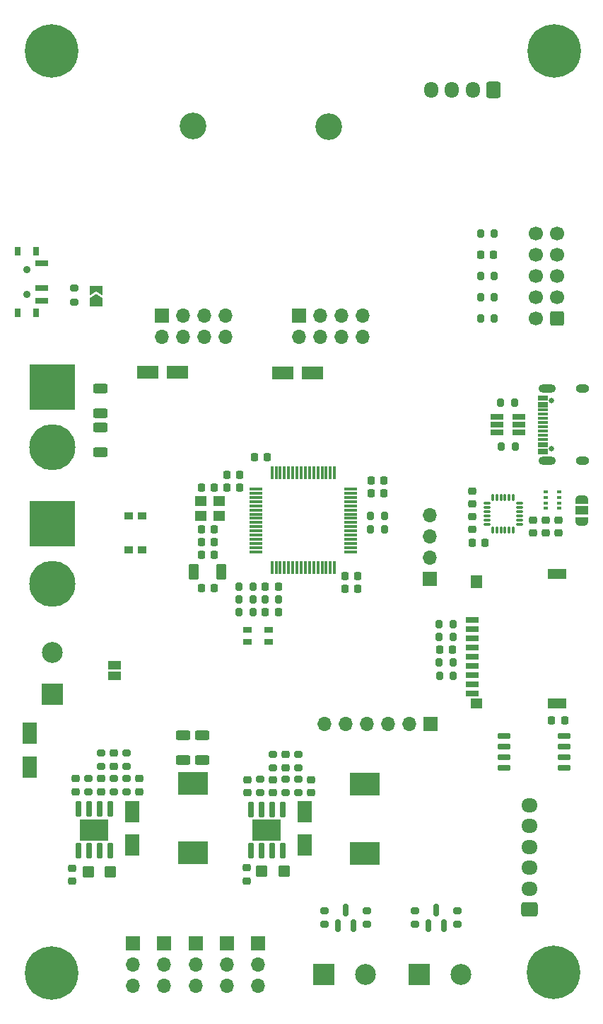
<source format=gts>
%TF.GenerationSoftware,KiCad,Pcbnew,(6.0.7)*%
%TF.CreationDate,2023-03-12T18:49:50+01:00*%
%TF.ProjectId,Amon_board,416d6f6e-5f62-46f6-9172-642e6b696361,2.2*%
%TF.SameCoordinates,Original*%
%TF.FileFunction,Soldermask,Top*%
%TF.FilePolarity,Negative*%
%FSLAX46Y46*%
G04 Gerber Fmt 4.6, Leading zero omitted, Abs format (unit mm)*
G04 Created by KiCad (PCBNEW (6.0.7)) date 2023-03-12 18:49:50*
%MOMM*%
%LPD*%
G01*
G04 APERTURE LIST*
G04 Aperture macros list*
%AMRoundRect*
0 Rectangle with rounded corners*
0 $1 Rounding radius*
0 $2 $3 $4 $5 $6 $7 $8 $9 X,Y pos of 4 corners*
0 Add a 4 corners polygon primitive as box body*
4,1,4,$2,$3,$4,$5,$6,$7,$8,$9,$2,$3,0*
0 Add four circle primitives for the rounded corners*
1,1,$1+$1,$2,$3*
1,1,$1+$1,$4,$5*
1,1,$1+$1,$6,$7*
1,1,$1+$1,$8,$9*
0 Add four rect primitives between the rounded corners*
20,1,$1+$1,$2,$3,$4,$5,0*
20,1,$1+$1,$4,$5,$6,$7,0*
20,1,$1+$1,$6,$7,$8,$9,0*
20,1,$1+$1,$8,$9,$2,$3,0*%
%AMFreePoly0*
4,1,22,0.550000,-0.750000,0.000000,-0.750000,0.000000,-0.745033,-0.079941,-0.743568,-0.215256,-0.701293,-0.333266,-0.622738,-0.424486,-0.514219,-0.481581,-0.384460,-0.499164,-0.250000,-0.500000,-0.250000,-0.500000,0.250000,-0.499164,0.250000,-0.499963,0.256109,-0.478152,0.396186,-0.417904,0.524511,-0.324060,0.630769,-0.204165,0.706417,-0.067858,0.745374,0.000000,0.744959,0.000000,0.750000,
0.550000,0.750000,0.550000,-0.750000,0.550000,-0.750000,$1*%
%AMFreePoly1*
4,1,20,0.000000,0.744959,0.073905,0.744508,0.209726,0.703889,0.328688,0.626782,0.421226,0.519385,0.479903,0.390333,0.500000,0.250000,0.500000,-0.250000,0.499851,-0.262216,0.476331,-0.402017,0.414519,-0.529596,0.319384,-0.634700,0.198574,-0.708877,0.061801,-0.746166,0.000000,-0.745033,0.000000,-0.750000,-0.550000,-0.750000,-0.550000,0.750000,0.000000,0.750000,0.000000,0.744959,
0.000000,0.744959,$1*%
%AMFreePoly2*
4,1,6,1.000000,0.000000,0.500000,-0.750000,-0.500000,-0.750000,-0.500000,0.750000,0.500000,0.750000,1.000000,0.000000,1.000000,0.000000,$1*%
%AMFreePoly3*
4,1,6,0.500000,-0.750000,-0.650000,-0.750000,-0.150000,0.000000,-0.650000,0.750000,0.500000,0.750000,0.500000,-0.750000,0.500000,-0.750000,$1*%
G04 Aperture macros list end*
%ADD10FreePoly0,90.000000*%
%ADD11R,1.500000X1.000000*%
%ADD12FreePoly1,90.000000*%
%ADD13C,0.800000*%
%ADD14C,6.400000*%
%ADD15RoundRect,0.200000X0.200000X0.275000X-0.200000X0.275000X-0.200000X-0.275000X0.200000X-0.275000X0*%
%ADD16RoundRect,0.225000X-0.225000X-0.250000X0.225000X-0.250000X0.225000X0.250000X-0.225000X0.250000X0*%
%ADD17R,5.516000X5.516000*%
%ADD18C,5.516000*%
%ADD19R,1.700000X1.700000*%
%ADD20O,1.700000X1.700000*%
%ADD21RoundRect,0.200000X0.275000X-0.200000X0.275000X0.200000X-0.275000X0.200000X-0.275000X-0.200000X0*%
%ADD22RoundRect,0.250000X0.625000X-0.312500X0.625000X0.312500X-0.625000X0.312500X-0.625000X-0.312500X0*%
%ADD23RoundRect,0.200000X-0.275000X0.200000X-0.275000X-0.200000X0.275000X-0.200000X0.275000X0.200000X0*%
%ADD24R,3.600000X2.700000*%
%ADD25RoundRect,0.225000X0.225000X0.250000X-0.225000X0.250000X-0.225000X-0.250000X0.225000X-0.250000X0*%
%ADD26RoundRect,0.225000X0.250000X-0.225000X0.250000X0.225000X-0.250000X0.225000X-0.250000X-0.225000X0*%
%ADD27R,1.800000X2.500000*%
%ADD28RoundRect,0.225000X-0.250000X0.225000X-0.250000X-0.225000X0.250000X-0.225000X0.250000X0.225000X0*%
%ADD29R,2.500000X2.500000*%
%ADD30C,2.500000*%
%ADD31RoundRect,0.150000X-0.650000X-0.150000X0.650000X-0.150000X0.650000X0.150000X-0.650000X0.150000X0*%
%ADD32R,0.500000X0.350000*%
%ADD33RoundRect,0.200000X-0.200000X-0.275000X0.200000X-0.275000X0.200000X0.275000X-0.200000X0.275000X0*%
%ADD34RoundRect,0.250000X-0.450000X-0.425000X0.450000X-0.425000X0.450000X0.425000X-0.450000X0.425000X0*%
%ADD35RoundRect,0.250000X0.600000X0.600000X-0.600000X0.600000X-0.600000X-0.600000X0.600000X-0.600000X0*%
%ADD36C,1.700000*%
%ADD37C,0.650000*%
%ADD38O,1.600000X1.000000*%
%ADD39R,1.150000X0.300000*%
%ADD40O,2.100000X1.000000*%
%ADD41FreePoly2,90.000000*%
%ADD42FreePoly3,90.000000*%
%ADD43R,1.560000X0.650000*%
%ADD44RoundRect,0.250000X0.725000X-0.600000X0.725000X0.600000X-0.725000X0.600000X-0.725000X-0.600000X0*%
%ADD45O,1.950000X1.700000*%
%ADD46R,1.600000X0.700000*%
%ADD47R,1.400000X1.200000*%
%ADD48R,1.400000X1.600000*%
%ADD49R,2.200000X1.200000*%
%ADD50R,1.000000X0.900000*%
%ADD51RoundRect,0.150000X0.150000X-0.820000X0.150000X0.820000X-0.150000X0.820000X-0.150000X-0.820000X0*%
%ADD52R,3.510000X2.620000*%
%ADD53RoundRect,0.250000X0.362500X0.700000X-0.362500X0.700000X-0.362500X-0.700000X0.362500X-0.700000X0*%
%ADD54R,0.800000X1.000000*%
%ADD55C,0.900000*%
%ADD56R,1.500000X0.700000*%
%ADD57RoundRect,0.250000X0.600000X0.725000X-0.600000X0.725000X-0.600000X-0.725000X0.600000X-0.725000X0*%
%ADD58O,1.700000X1.950000*%
%ADD59RoundRect,0.250000X-1.050000X-0.550000X1.050000X-0.550000X1.050000X0.550000X-1.050000X0.550000X0*%
%ADD60RoundRect,0.218750X0.256250X-0.218750X0.256250X0.218750X-0.256250X0.218750X-0.256250X-0.218750X0*%
%ADD61RoundRect,0.250000X-0.625000X0.312500X-0.625000X-0.312500X0.625000X-0.312500X0.625000X0.312500X0*%
%ADD62R,1.000000X0.800000*%
%ADD63RoundRect,0.150000X0.150000X-0.587500X0.150000X0.587500X-0.150000X0.587500X-0.150000X-0.587500X0*%
%ADD64RoundRect,0.075000X-0.700000X-0.075000X0.700000X-0.075000X0.700000X0.075000X-0.700000X0.075000X0*%
%ADD65RoundRect,0.075000X-0.075000X-0.700000X0.075000X-0.700000X0.075000X0.700000X-0.075000X0.700000X0*%
%ADD66RoundRect,0.075000X-0.075000X0.350000X-0.075000X-0.350000X0.075000X-0.350000X0.075000X0.350000X0*%
%ADD67RoundRect,0.075000X-0.350000X-0.075000X0.350000X-0.075000X0.350000X0.075000X-0.350000X0.075000X0*%
%ADD68RoundRect,0.218750X-0.218750X-0.256250X0.218750X-0.256250X0.218750X0.256250X-0.218750X0.256250X0*%
%ADD69C,3.200000*%
G04 APERTURE END LIST*
D10*
X223418400Y-90200000D03*
D11*
X223418400Y-88900000D03*
D12*
X223418400Y-87600000D03*
D13*
X221762656Y-32237344D03*
X221762656Y-35631456D03*
X220065600Y-31534400D03*
X217665600Y-33934400D03*
D14*
X220065600Y-33934400D03*
D13*
X222465600Y-33934400D03*
X220065600Y-36334400D03*
X218368544Y-32237344D03*
X218368544Y-35631456D03*
D15*
X212915000Y-63360300D03*
X211265000Y-63360300D03*
D16*
X211315000Y-58305700D03*
X212865000Y-58305700D03*
D17*
X159969200Y-74174800D03*
D18*
X159969200Y-81374800D03*
D19*
X205232000Y-97068800D03*
D20*
X205232000Y-94528800D03*
X205232000Y-91988800D03*
X205232000Y-89448800D03*
D21*
X203403200Y-138442200D03*
X203403200Y-136792200D03*
D15*
X212915000Y-55778400D03*
X211265000Y-55778400D03*
D22*
X177952400Y-118749000D03*
X177952400Y-115824000D03*
D15*
X184009800Y-97993200D03*
X182359800Y-97993200D03*
D23*
X184912000Y-121044200D03*
X184912000Y-122694200D03*
D24*
X197408800Y-129930800D03*
X197408800Y-121630800D03*
D21*
X168893000Y-122592600D03*
X168893000Y-120942600D03*
X189484000Y-122694200D03*
X189484000Y-121044200D03*
D25*
X211798200Y-92760800D03*
X210248200Y-92760800D03*
D26*
X162774600Y-122542600D03*
X162774600Y-120992600D03*
D15*
X212915000Y-60833000D03*
X211265000Y-60833000D03*
D27*
X169531000Y-128898400D03*
X169531000Y-124898400D03*
D22*
X165760400Y-81929700D03*
X165760400Y-79004700D03*
D28*
X210261200Y-86601000D03*
X210261200Y-88151000D03*
D29*
X192521200Y-144424400D03*
D30*
X197521200Y-144424400D03*
D31*
X214128800Y-115849400D03*
X214128800Y-117119400D03*
X214128800Y-118389400D03*
X214128800Y-119659400D03*
X221328800Y-119659400D03*
X221328800Y-118389400D03*
X221328800Y-117119400D03*
X221328800Y-115849400D03*
D15*
X215435200Y-81280000D03*
X213785200Y-81280000D03*
D26*
X183388000Y-122644200D03*
X183388000Y-121094200D03*
D19*
X189531200Y-65550000D03*
D20*
X189531200Y-68090000D03*
X192071200Y-65550000D03*
X192071200Y-68090000D03*
X194611200Y-65550000D03*
X194611200Y-68090000D03*
X197151200Y-65550000D03*
X197151200Y-68090000D03*
D32*
X219113200Y-88655800D03*
X219113200Y-88005800D03*
X219113200Y-87355800D03*
X219113200Y-86705800D03*
X220713200Y-86705800D03*
X220713200Y-87355800D03*
X220713200Y-88005800D03*
X220713200Y-88655800D03*
D21*
X192582800Y-138442200D03*
X192582800Y-136792200D03*
D23*
X197662800Y-136792200D03*
X197662800Y-138442200D03*
D29*
X160020000Y-110866800D03*
D30*
X160020000Y-105866800D03*
D23*
X162610800Y-62307200D03*
X162610800Y-63957200D03*
D19*
X180873400Y-140716000D03*
D20*
X180873400Y-143256000D03*
X180873400Y-145796000D03*
D33*
X206349600Y-108661200D03*
X207999600Y-108661200D03*
D13*
X159918400Y-31534400D03*
D14*
X159918400Y-33934400D03*
D13*
X162318400Y-33934400D03*
X159918400Y-36334400D03*
X158221344Y-35631456D03*
X157518400Y-33934400D03*
X161615456Y-35631456D03*
X158221344Y-32237344D03*
X161615456Y-32237344D03*
D34*
X185035200Y-132029200D03*
X187735200Y-132029200D03*
D35*
X220421200Y-65887600D03*
D36*
X217881200Y-65887600D03*
X220421200Y-63347600D03*
X217881200Y-63347600D03*
X220421200Y-60807600D03*
X217881200Y-60807600D03*
X220421200Y-58267600D03*
X217881200Y-58267600D03*
X220421200Y-55727600D03*
X217881200Y-55727600D03*
D15*
X184009800Y-99568000D03*
X182359800Y-99568000D03*
D21*
X189484000Y-119717000D03*
X189484000Y-118067000D03*
D25*
X179376300Y-94234000D03*
X177826300Y-94234000D03*
D29*
X203900400Y-144424400D03*
D30*
X208900400Y-144424400D03*
D25*
X182435800Y-86156800D03*
X180885800Y-86156800D03*
D19*
X184607200Y-140716000D03*
D20*
X184607200Y-143256000D03*
X184607200Y-145796000D03*
D34*
X164269400Y-132130800D03*
X166969400Y-132130800D03*
D37*
X219777600Y-75748400D03*
X219777600Y-81528400D03*
D38*
X223457600Y-82958400D03*
X223457600Y-74318400D03*
D39*
X218712600Y-81988400D03*
X218712600Y-81188400D03*
X218712600Y-79888400D03*
X218712600Y-78888400D03*
X218712600Y-78388400D03*
X218712600Y-77388400D03*
X218712600Y-76088400D03*
X218712600Y-75288400D03*
X218712600Y-75588400D03*
X218712600Y-76388400D03*
X218712600Y-76888400D03*
X218712600Y-77888400D03*
X218712600Y-79388400D03*
X218712600Y-80388400D03*
X218712600Y-80888400D03*
X218712600Y-81688400D03*
D40*
X219277600Y-74318400D03*
X219277600Y-82958400D03*
D25*
X179376300Y-92710000D03*
X177826300Y-92710000D03*
D41*
X165252400Y-63971000D03*
D42*
X165252400Y-62521000D03*
D25*
X179376300Y-91186000D03*
X177826300Y-91186000D03*
D27*
X190195200Y-128949200D03*
X190195200Y-124949200D03*
D16*
X219798600Y-113995200D03*
X221348600Y-113995200D03*
D13*
X221711856Y-142473344D03*
X222414800Y-144170400D03*
X218317744Y-145867456D03*
X220014800Y-146570400D03*
X220014800Y-141770400D03*
X221711856Y-145867456D03*
X217614800Y-144170400D03*
X218317744Y-142473344D03*
D14*
X220014800Y-144170400D03*
D43*
X215909400Y-79588400D03*
X215909400Y-78638400D03*
X215909400Y-77688400D03*
X213209400Y-77688400D03*
X213209400Y-78638400D03*
X213209400Y-79588400D03*
D15*
X199757800Y-89560400D03*
X198107800Y-89560400D03*
D44*
X217148800Y-136653600D03*
D45*
X217148800Y-134153600D03*
X217148800Y-131653600D03*
X217148800Y-129153600D03*
X217148800Y-126653600D03*
X217148800Y-124153600D03*
D19*
X173405800Y-140716000D03*
D20*
X173405800Y-143256000D03*
X173405800Y-145796000D03*
D26*
X170422600Y-122542600D03*
X170422600Y-120992600D03*
D46*
X210321200Y-101991600D03*
X210321200Y-103091600D03*
X210321200Y-104191600D03*
X210321200Y-105291600D03*
X210321200Y-106391600D03*
X210321200Y-107491600D03*
X210321200Y-108591600D03*
X210321200Y-109691600D03*
X210321200Y-110791600D03*
D47*
X210821200Y-111991600D03*
D48*
X210821200Y-97391600D03*
D49*
X220421200Y-111991600D03*
X220421200Y-96491600D03*
D26*
X191008000Y-122644200D03*
X191008000Y-121094200D03*
D25*
X185737800Y-82550000D03*
X184187800Y-82550000D03*
D28*
X210261200Y-89649000D03*
X210261200Y-91199000D03*
D26*
X219100400Y-91605400D03*
X219100400Y-90055400D03*
D33*
X185438600Y-99568000D03*
X187088600Y-99568000D03*
D15*
X215333600Y-75996800D03*
X213683600Y-75996800D03*
D33*
X206337400Y-107086400D03*
X207987400Y-107086400D03*
D23*
X208483200Y-136792200D03*
X208483200Y-138442200D03*
X167363400Y-120942600D03*
X167363400Y-122592600D03*
D50*
X170726000Y-89542400D03*
X170726000Y-93642400D03*
X169126000Y-93642400D03*
X169126000Y-89542400D03*
D16*
X198157800Y-85344000D03*
X199707800Y-85344000D03*
D19*
X173122800Y-65550000D03*
D20*
X173122800Y-68090000D03*
X175662800Y-65550000D03*
X175662800Y-68090000D03*
X178202800Y-65550000D03*
X178202800Y-68090000D03*
X180742800Y-65550000D03*
X180742800Y-68090000D03*
D51*
X163093400Y-129581600D03*
X164363400Y-129581600D03*
X165633400Y-129581600D03*
X166903400Y-129581600D03*
X166903400Y-124621600D03*
X165633400Y-124621600D03*
X164363400Y-124621600D03*
X163093400Y-124621600D03*
D52*
X164998400Y-127101600D03*
D33*
X206337400Y-102514400D03*
X207987400Y-102514400D03*
D53*
X180263800Y-96215200D03*
X176938800Y-96215200D03*
D33*
X206337400Y-104038400D03*
X207987400Y-104038400D03*
D16*
X206375200Y-105562400D03*
X207925200Y-105562400D03*
D26*
X165833800Y-122542600D03*
X165833800Y-120992600D03*
D23*
X165850600Y-117900000D03*
X165850600Y-119550000D03*
X164304200Y-120942600D03*
X164304200Y-122592600D03*
X187960000Y-121044200D03*
X187960000Y-122694200D03*
D27*
X157276800Y-119570000D03*
X157276800Y-115570000D03*
D26*
X186436000Y-122644200D03*
X186436000Y-121094200D03*
D54*
X155846800Y-65207400D03*
X158056800Y-65207400D03*
D55*
X156946800Y-63057400D03*
D54*
X155846800Y-57907400D03*
D55*
X156946800Y-60057400D03*
D54*
X158056800Y-57907400D03*
D56*
X158706800Y-59307400D03*
X158706800Y-62307400D03*
X158706800Y-63807400D03*
D57*
X212842800Y-38603600D03*
D58*
X210342800Y-38603600D03*
X207842800Y-38603600D03*
X205342800Y-38603600D03*
D47*
X179998300Y-87807800D03*
X177798300Y-87807800D03*
X177798300Y-89507800D03*
X179998300Y-89507800D03*
D16*
X177837800Y-98196400D03*
X179387800Y-98196400D03*
D59*
X187590800Y-72428000D03*
X191190800Y-72428000D03*
D60*
X187960000Y-119659500D03*
X187960000Y-118084500D03*
D28*
X183235600Y-131660600D03*
X183235600Y-133210600D03*
D61*
X175666400Y-115824000D03*
X175666400Y-118749000D03*
D62*
X183357200Y-103186000D03*
X183357200Y-104586000D03*
X185857200Y-104586000D03*
X185857200Y-103186000D03*
D59*
X171414400Y-72377200D03*
X175014400Y-72377200D03*
D63*
X194172800Y-138554700D03*
X196072800Y-138554700D03*
X195122800Y-136679700D03*
D24*
X176834800Y-129829200D03*
X176834800Y-121529200D03*
D13*
X158221344Y-145918256D03*
X162318400Y-144221200D03*
X158221344Y-142524144D03*
X159918400Y-146621200D03*
X159918400Y-141821200D03*
X161615456Y-142524144D03*
D14*
X159918400Y-144221200D03*
D13*
X161615456Y-145918256D03*
X157518400Y-144221200D03*
D16*
X195059000Y-98247200D03*
X196609000Y-98247200D03*
D64*
X184367800Y-86343800D03*
X184367800Y-86843800D03*
X184367800Y-87343800D03*
X184367800Y-87843800D03*
X184367800Y-88343800D03*
X184367800Y-88843800D03*
X184367800Y-89343800D03*
X184367800Y-89843800D03*
X184367800Y-90343800D03*
X184367800Y-90843800D03*
X184367800Y-91343800D03*
X184367800Y-91843800D03*
X184367800Y-92343800D03*
X184367800Y-92843800D03*
X184367800Y-93343800D03*
X184367800Y-93843800D03*
D65*
X186292800Y-95768800D03*
X186792800Y-95768800D03*
X187292800Y-95768800D03*
X187792800Y-95768800D03*
X188292800Y-95768800D03*
X188792800Y-95768800D03*
X189292800Y-95768800D03*
X189792800Y-95768800D03*
X190292800Y-95768800D03*
X190792800Y-95768800D03*
X191292800Y-95768800D03*
X191792800Y-95768800D03*
X192292800Y-95768800D03*
X192792800Y-95768800D03*
X193292800Y-95768800D03*
X193792800Y-95768800D03*
D64*
X195717800Y-93843800D03*
X195717800Y-93343800D03*
X195717800Y-92843800D03*
X195717800Y-92343800D03*
X195717800Y-91843800D03*
X195717800Y-91343800D03*
X195717800Y-90843800D03*
X195717800Y-90343800D03*
X195717800Y-89843800D03*
X195717800Y-89343800D03*
X195717800Y-88843800D03*
X195717800Y-88343800D03*
X195717800Y-87843800D03*
X195717800Y-87343800D03*
X195717800Y-86843800D03*
X195717800Y-86343800D03*
D65*
X193792800Y-84418800D03*
X193292800Y-84418800D03*
X192792800Y-84418800D03*
X192292800Y-84418800D03*
X191792800Y-84418800D03*
X191292800Y-84418800D03*
X190792800Y-84418800D03*
X190292800Y-84418800D03*
X189792800Y-84418800D03*
X189292800Y-84418800D03*
X188792800Y-84418800D03*
X188292800Y-84418800D03*
X187792800Y-84418800D03*
X187292800Y-84418800D03*
X186792800Y-84418800D03*
X186292800Y-84418800D03*
D60*
X167374600Y-119512500D03*
X167374600Y-117937500D03*
D17*
X160020000Y-90492000D03*
D18*
X160020000Y-97692000D03*
D23*
X186436000Y-118067000D03*
X186436000Y-119717000D03*
D16*
X195059000Y-96723200D03*
X196609000Y-96723200D03*
D25*
X187058600Y-97993200D03*
X185508600Y-97993200D03*
D66*
X215219600Y-87356400D03*
X214719600Y-87356400D03*
X214219600Y-87356400D03*
X213719600Y-87356400D03*
X213219600Y-87356400D03*
X212719600Y-87356400D03*
D67*
X212019600Y-88056400D03*
X212019600Y-88556400D03*
X212019600Y-89056400D03*
X212019600Y-89556400D03*
X212019600Y-90056400D03*
X212019600Y-90556400D03*
D66*
X212719600Y-91256400D03*
X213219600Y-91256400D03*
X213719600Y-91256400D03*
X214219600Y-91256400D03*
X214719600Y-91256400D03*
X215219600Y-91256400D03*
D67*
X215919600Y-90556400D03*
X215919600Y-90056400D03*
X215919600Y-89556400D03*
X215919600Y-89056400D03*
X215919600Y-88556400D03*
X215919600Y-88056400D03*
D63*
X204993200Y-138554700D03*
X206893200Y-138554700D03*
X205943200Y-136679700D03*
D19*
X169672000Y-140716000D03*
D20*
X169672000Y-143256000D03*
X169672000Y-145796000D03*
D11*
X167436800Y-108712000D03*
X167436800Y-107412000D03*
D28*
X220624400Y-90055400D03*
X220624400Y-91605400D03*
D15*
X199757800Y-91135200D03*
X198107800Y-91135200D03*
D28*
X162368200Y-131711400D03*
X162368200Y-133261400D03*
D25*
X182435800Y-84632800D03*
X180885800Y-84632800D03*
D19*
X177139600Y-140716000D03*
D20*
X177139600Y-143256000D03*
X177139600Y-145796000D03*
D19*
X205282800Y-114452400D03*
D20*
X202742800Y-114452400D03*
X200202800Y-114452400D03*
X197662800Y-114452400D03*
X195122800Y-114452400D03*
X192582800Y-114452400D03*
D51*
X183769000Y-129632400D03*
X185039000Y-129632400D03*
X186309000Y-129632400D03*
X187579000Y-129632400D03*
X187579000Y-124672400D03*
X186309000Y-124672400D03*
X185039000Y-124672400D03*
X183769000Y-124672400D03*
D52*
X185674000Y-127152400D03*
D15*
X184009800Y-101092000D03*
X182359800Y-101092000D03*
D28*
X217525600Y-90055400D03*
X217525600Y-91605400D03*
D68*
X185496100Y-101092000D03*
X187071100Y-101092000D03*
D69*
X176821200Y-42913200D03*
D16*
X198157800Y-86868000D03*
X199707800Y-86868000D03*
D21*
X168898600Y-119562200D03*
X168898600Y-117912200D03*
D22*
X165760400Y-77256100D03*
X165760400Y-74331100D03*
D15*
X212915000Y-65887600D03*
X211265000Y-65887600D03*
D25*
X179376300Y-86156800D03*
X177826300Y-86156800D03*
D69*
X193077200Y-43014800D03*
M02*

</source>
